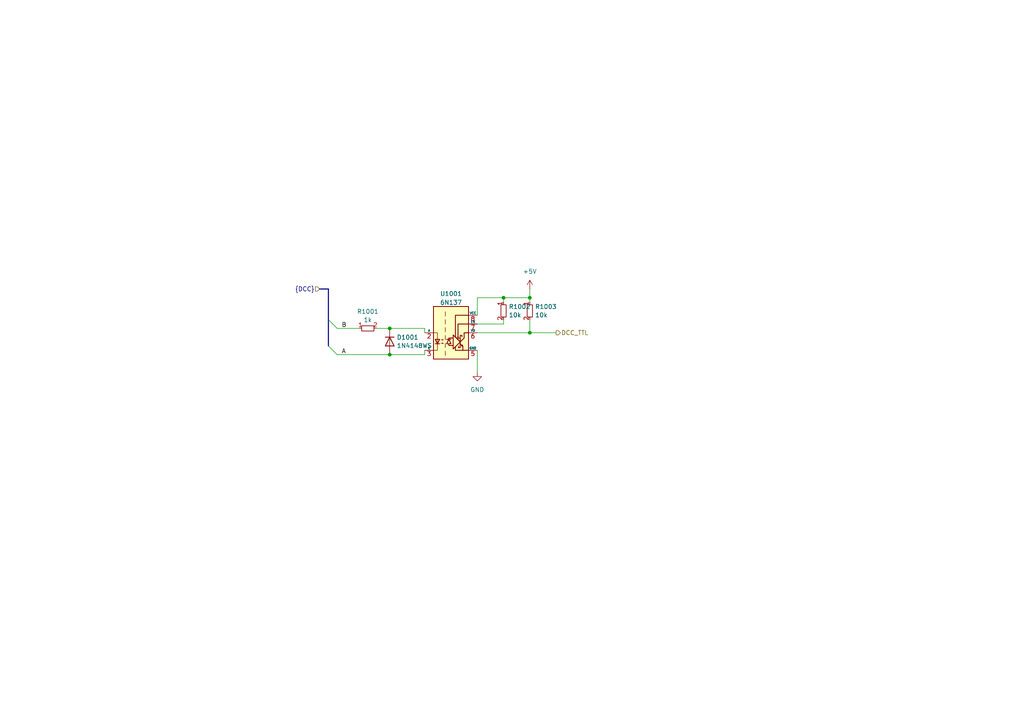
<source format=kicad_sch>
(kicad_sch (version 20231120) (generator "eeschema") (generator_version "8.0")
  (paper "A4")
  (lib_symbols
    (symbol "Isolator:6N137" (pin_names (offset 0))
      (property "Reference" "U" (at -4.064 8.89 0))
      (property "Value" "6N137" (at 0 -8.89 0))
      (symbol "6N137_0_1"
        (polyline (pts (xy 2.667 -3.556) (xy 2.667 -1.651)) (stroke (width 0.254)))
        (polyline (pts (xy 2.667 -2.159) (xy 2.667 -2.921)) (stroke (width 0.254)))
        (polyline (pts (xy 3.429 -3.937) (xy 3.429 -5.08)) (stroke (width 0.254)))
        (polyline (pts (xy -0.635 -3.302) (xy -0.635 -3.683) (xy 0.635 -3.683)) (stroke (width 0.254)))
        (polyline (pts (xy -0.635 -1.905) (xy -0.635 -1.524) (xy 0.508 -1.524)) (stroke (width 0.254)))
        (polyline (pts (xy 1.27 -4.064) (xy 1.27 -5.08) (xy 5.08 -5.08)) (stroke (width 0.254)))
        (polyline (pts (xy 1.27 -1.27) (xy 1.27 5.08) (xy 5.08 5.08)) (stroke (width 0.254)))
        (polyline (pts (xy 2.032 -1.27) (xy 2.032 2.54) (xy 5.08 2.54)) (stroke (width 0.254)))
        (polyline (pts (xy -5.08 -5.08) (xy -3.937 -5.08) (xy -3.937 0) (xy -5.08 0)))
        (polyline (pts (xy 2.667 -3.302) (xy 2.667 -4.318) (xy 2.159 -4.318) (xy 2.159 -3.937)) (stroke (width 0.254)))
        (polyline (pts (xy 2.667 -2.667) (xy 0.635 -4.699) (xy 0.635 -0.635) (xy 2.667 -2.667)) (stroke (width 0.254)))
        (polyline (pts (xy 2.667 -1.778) (xy 2.667 -0.762) (xy 3.175 -0.762) (xy 3.175 -1.143)) (stroke (width 0.254)))
        (polyline (pts (xy 2.794 -2.54) (xy 3.81 -1.524) (xy 3.81 0) (xy 5.08 0)) (stroke (width 0.254)))
        (polyline (pts (xy 2.667 -3.175) (xy 3.429 -3.937) (xy 3.302 -3.556) (xy 3.048 -3.81) (xy 3.429 -3.937)) (stroke (width 0.254)))
        (circle (center 2.032 -1.524) (radius 0.254) (stroke (width 0.254)))
      )
      (symbol "6N137_1_1"
        (rectangle (start -5.08 7.62) (end 5.08 -7.62) (stroke (width 0.254)) (fill (type background)))
        (polyline (pts (xy -4.572 -3.175) (xy -3.302 -3.175)) (stroke (width 0.254)))
        (polyline (pts (xy -1.651 -5.334) (xy -1.651 -6.604)))
        (polyline (pts (xy -1.651 -3.048) (xy -1.651 -4.318)))
        (polyline (pts (xy -1.651 -0.762) (xy -1.651 -2.032)))
        (polyline (pts (xy -1.651 1.524) (xy -1.651 0.254)))
        (polyline (pts (xy -1.651 3.81) (xy -1.651 2.54)))
        (polyline (pts (xy -1.651 6.096) (xy -1.651 4.826)))
        (polyline (pts (xy -1.27 -1.905) (xy 0 -1.905)) (stroke (width 0.254)))
        (polyline (pts (xy -3.937 -3.175) (xy -4.572 -1.905) (xy -3.302 -1.905) (xy -3.937 -3.175)) (stroke (width 0.254)))
        (polyline (pts (xy -0.635 -1.905) (xy -1.27 -3.175) (xy 0 -3.175) (xy -0.635 -1.905)) (stroke (width 0.254)))
        (polyline (pts (xy -2.921 -3.048) (xy -2.159 -3.048) (xy -2.54 -3.175) (xy -2.54 -2.921) (xy -2.159 -3.048)) (stroke (width 0.127)))
        (polyline (pts (xy -2.921 -2.032) (xy -2.159 -2.032) (xy -2.54 -2.159) (xy -2.54 -1.905) (xy -2.159 -2.032)) (stroke (width 0.127)))
        (pin no_connect line (at -5.08 5.08 0) (length 2.54) hide (name "NC") (number "1"))
        (pin passive line (at -7.62 0 0) (length 2.54) (name "A") (number "2"))
        (pin passive line (at -7.62 -5.08 0) (length 2.54) (name "C") (number "3"))
        (pin power_in line (at 7.62 -5.08 180) (length 2.54) (name "GND") (number "5"))
        (pin open_collector line (at 7.62 0 180) (length 2.54) (name "VO") (number "6"))
        (pin input line (at 7.62 2.54 180) (length 2.54) (name "EN") (number "7"))
        (pin power_in line (at 7.62 5.08 180) (length 2.54) (name "VCC") (number "8"))
      )
    )
    (symbol "custom_kicad_lib_sk:1N4148WS" (pin_numbers hide) (pin_names hide)
      (property "Reference" "D" (at 0 2.54 0))
      (property "Value" "1N4148WS" (at 0 -2.54 0))
      (symbol "1N4148WS_0_1"
        (polyline (pts (xy -1.27 1.27) (xy -1.27 -1.27)) (stroke (width 0.254)))
        (polyline (pts (xy 1.27 0) (xy -1.27 0)))
        (polyline (pts (xy 1.27 1.27) (xy 1.27 -1.27) (xy -1.27 0) (xy 1.27 1.27)) (stroke (width 0.254)))
      )
      (symbol "1N4148WS_1_1"
        (pin passive line (at -3.81 0 0) (length 2.54) (name "K") (number "1"))
        (pin passive line (at 3.81 0 180) (length 2.54) (name "A") (number "2"))
      )
    )
    (symbol "power:+5V" (power) (pin_numbers hide) (pin_names (offset 0) hide)
      (property "Value" "+5V" (at 0 3.556 0))
      (symbol "+5V_0_1"
        (polyline (pts (xy -0.762 1.27) (xy 0 2.54)))
        (polyline (pts (xy 0 0) (xy 0 2.54)))
        (polyline (pts (xy 0 2.54) (xy 0.762 1.27)))
      )
      (symbol "+5V_1_1"
        (pin power_in line (at 0 0 90) (length 0) (name "~") (number "1"))
      )
    )
    (symbol "power:GND" (power) (pin_numbers hide) (pin_names (offset 0) hide)
      (property "Value" "GND" (at 0 -3.81 0))
      (symbol "GND_0_1"
        (polyline (pts (xy 0 0) (xy 0 -1.27) (xy 1.27 -1.27) (xy 0 -2.54) (xy -1.27 -1.27) (xy 0 -1.27)))
      )
      (symbol "GND_1_1"
        (pin power_in line (at 0 0 270) (length 0) (name "~") (number "1"))
      )
    )
    (symbol "resistors_0603:R_10k_0603"
      (property "Reference" "R" (at 1.27 2.54 0))
      (property "Value" "10k" (at 2.54 -2.54 0))
      (symbol "R_10k_0603_0_1"
        (rectangle (start -0.762 1.778) (end 0.762 -1.778) (stroke (width 0.2032)))
      )
      (symbol "R_10k_0603_1_1"
        (pin passive line (at 0 2.54 270) (length 0.762) (name "~") (number "1"))
        (pin passive line (at 0 -2.54 90) (length 0.762) (name "~") (number "2"))
      )
    )
    (symbol "resistors_0603:R_1k_0603"
      (property "Reference" "R" (at 1.27 2.54 0))
      (property "Value" "1k" (at 2.54 -2.54 0))
      (symbol "R_1k_0603_0_1"
        (rectangle (start -0.762 1.778) (end 0.762 -1.778) (stroke (width 0.2032)))
      )
      (symbol "R_1k_0603_1_1"
        (pin passive line (at 0 2.54 270) (length 0.762) (name "~") (number "1"))
        (pin passive line (at 0 -2.54 90) (length 0.762) (name "~") (number "2"))
      )
    )
  )
  (bus_alias "DCC" (members "A" "B"))
  (junction (at 153.67 96.52))
  (junction (at 113.03 102.87))
  (junction (at 146.05 86.36))
  (junction (at 153.67 86.36))
  (junction (at 113.03 95.25))
  (bus_entry (at 95.25 100.33) (size 2.54 2.54))
  (bus_entry (at 95.25 92.71) (size 2.54 2.54))
  (wire (pts (xy 138.43 101.6) (xy 138.43 107.95)))
  (wire (pts (xy 146.05 86.36) (xy 153.67 86.36)))
  (wire (pts (xy 153.67 83.82) (xy 153.67 86.36)))
  (bus (pts (xy 92.71 83.82) (xy 95.25 83.82)))
  (wire (pts (xy 146.05 86.36) (xy 146.05 87.63)))
  (wire (pts (xy 153.67 96.52) (xy 161.29 96.52)))
  (wire (pts (xy 97.79 102.87) (xy 113.03 102.87)))
  (wire (pts (xy 138.43 96.52) (xy 153.67 96.52)))
  (wire (pts (xy 113.03 102.87) (xy 123.19 102.87)))
  (wire (pts (xy 146.05 92.71) (xy 146.05 93.98)))
  (wire (pts (xy 123.19 101.6) (xy 123.19 102.87)))
  (wire (pts (xy 123.19 96.52) (xy 123.19 95.25)))
  (wire (pts (xy 138.43 93.98) (xy 146.05 93.98)))
  (wire (pts (xy 138.43 86.36) (xy 146.05 86.36)))
  (wire (pts (xy 138.43 91.44) (xy 138.43 86.36)))
  (wire (pts (xy 97.79 95.25) (xy 104.14 95.25)))
  (bus (pts (xy 95.25 100.33) (xy 95.25 92.71)))
  (wire (pts (xy 153.67 86.36) (xy 153.67 87.63)))
  (wire (pts (xy 153.67 92.71) (xy 153.67 96.52)))
  (wire (pts (xy 113.03 95.25) (xy 123.19 95.25)))
  (wire (pts (xy 109.22 95.25) (xy 113.03 95.25)))
  (bus (pts (xy 95.25 92.71) (xy 95.25 83.82)))
  (label "B" (at 99.06 95.25 0))
  (label "A" (at 99.06 102.87 0))
  (hierarchical_label "DCC_TTL" (shape output) (at 161.29 96.52 0))
  (hierarchical_label "{DCC}" (shape input) (at 92.71 83.82 180))
  (symbol (lib_id "power:+5V") (at 153.67 83.82 0) (unit 1)
    (property "Reference" "#PWR015" (effects (hide yes)))
    (property "Value" "+5V" (at 153.67 78.74 0))
    (property "Description" "Power symbol creates a global label with name \"+5V\"" (effects (hide yes)))
  )
  (symbol (lib_id "resistors_0603:R_10k_0603") (at 146.05 90.17 0) (unit 1)
    (property "Reference" "R1002" (at 147.5486 88.9579 0) (effects (justify left)))
    (property "Value" "10k" (at 147.5486 91.3821 0) (effects (justify left)))
    (property "Footprint" "custom_kicad_lib_sk:R_0603_smalltext" (effects (hide yes)))
    (property "JLCPCB Part#" "C25804" (effects (hide yes)))
  )
  (symbol (lib_id "resistors_0603:R_10k_0603") (at 153.67 90.17 0) (unit 1)
    (property "Reference" "R1003" (at 155.1686 88.9579 0) (effects (justify left)))
    (property "Value" "10k" (at 155.1686 91.3821 0) (effects (justify left)))
    (property "Footprint" "custom_kicad_lib_sk:R_0603_smalltext" (effects (hide yes)))
    (property "JLCPCB Part#" "C25804" (effects (hide yes)))
  )
  (symbol (lib_id "custom_kicad_lib_sk:1N4148WS") (at 113.03 99.06 270) (unit 1)
    (property "Reference" "D1001" (at 115.062 97.8479 90) (effects (justify left)))
    (property "Value" "1N4148WS" (at 115.062 100.2721 90) (effects (justify left)))
    (property "Footprint" "Diode_SMD:D_SOD-323" (effects (hide yes)))
    (property "Datasheet" "https://www.vishay.com/docs/85751/1n4148ws.pdf" (effects (hide yes)))
    (property "Sim.Device" "D" (effects (hide yes)))
    (property "Sim.Pins" "1=K 2=A" (effects (hide yes)))
    (property "JLCPCB Part#" "C2128" (effects (hide yes)))
  )
  (symbol (lib_id "resistors_0603:R_1k_0603") (at 106.68 95.25 90) (unit 1)
    (property "Reference" "R1001" (at 106.68 90.3691 90))
    (property "Value" "1k" (at 106.68 92.7933 90))
    (property "Footprint" "custom_kicad_lib_sk:R_0603_smalltext" (effects (hide yes)))
    (property "JLCPCB Part#" "C21190" (effects (hide yes)))
  )
  (symbol (lib_id "Isolator:6N137") (at 130.81 96.52 0) (unit 1)
    (property "Reference" "U1001" (at 130.81 85.2002 0))
    (property "Value" "6N137" (at 130.81 87.7371 0))
    (property "Footprint" "Package_SO:SOP-8_6.62x9.15mm_P2.54mm" (effects (hide yes)))
    (property "Datasheet" "https://datasheet.lcsc.com/szlcsc/1908282202_Everlight-Elec-6N137S1-TA_C110020.pdf" (effects (hide yes)))
    (property "JLCPCB Part#" "C110020" (effects (hide yes)))
    (instances (project "DCC" (path "" (reference "U1001") (unit 1))) (project "OS-servoDriver" (path "" (reference "U1001") (unit 1))) (project "general_schematics" (path "" (reference "U701") (unit 1))))
  )
  (symbol (lib_id "power:GND") (at 138.43 107.95 0) (unit 1)
    (property "Reference" "#PWR014" (effects (hide yes)))
    (property "Value" "GND" (at 138.43 113.03 0))
    (property "Description" "Power symbol creates a global label with name \"GND\" , ground" (effects (hide yes)))
  )
)
</source>
